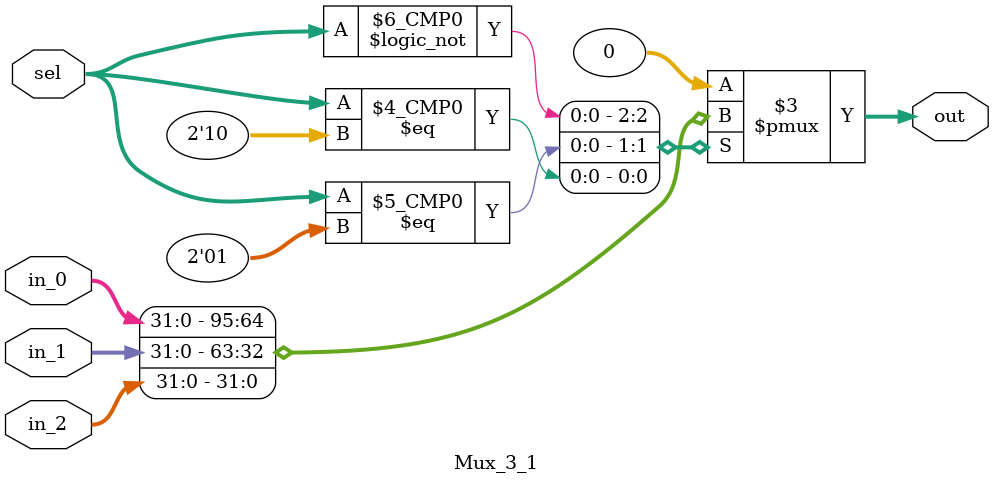
<source format=v>
module Mux_3_1 #(parameter WIDTH = 32)
  (
    input [WIDTH - 1 : 0] in_0,
    input [WIDTH - 1 : 0] in_1,
    input [WIDTH - 1 : 0] in_2,
    input [1:0] sel,

    output reg [WIDTH - 1 : 0] out
  );


 always@(*) begin
    case(sel) 
    0: out = in_0;
    1: out = in_1;
    2: out = in_2;
    default: out = {WIDTH{1'b0}};
    endcase
 end

endmodule : Mux_3_1
</source>
